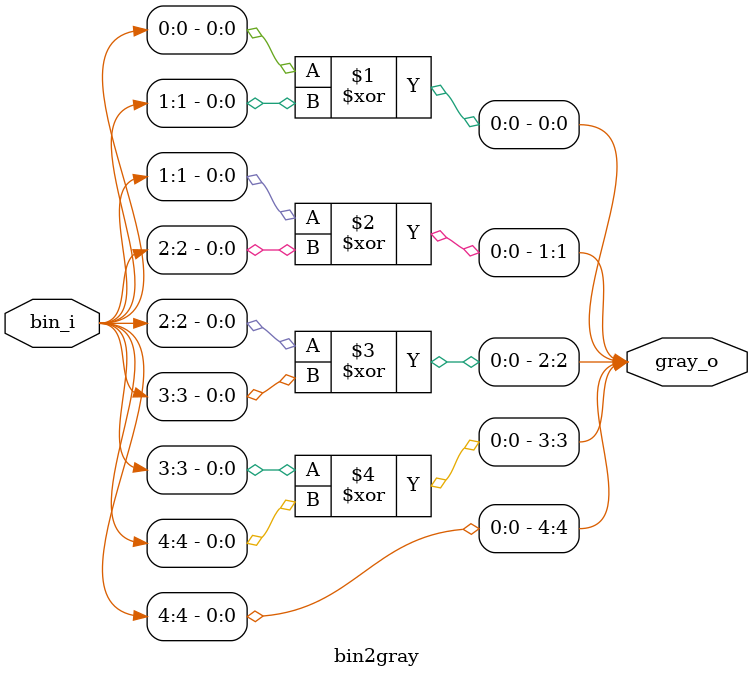
<source format=sv>
module bin2gray
  #(parameter width_p = 5) (
   // You must fill these in with width_p
  input [width_p-1: 0] bin_i,
  output [width_p-1 : 0] gray_o
);

  // Your code here
  genvar i;
  generate
  for (i = 0; i < width_p-1; i++) begin 
    assign gray_o[i] = bin_i[i] ^ bin_i[i+1];
  end
  endgenerate

  assign gray_o[width_p-1] = bin_i[width_p-1];
  
endmodule

</source>
